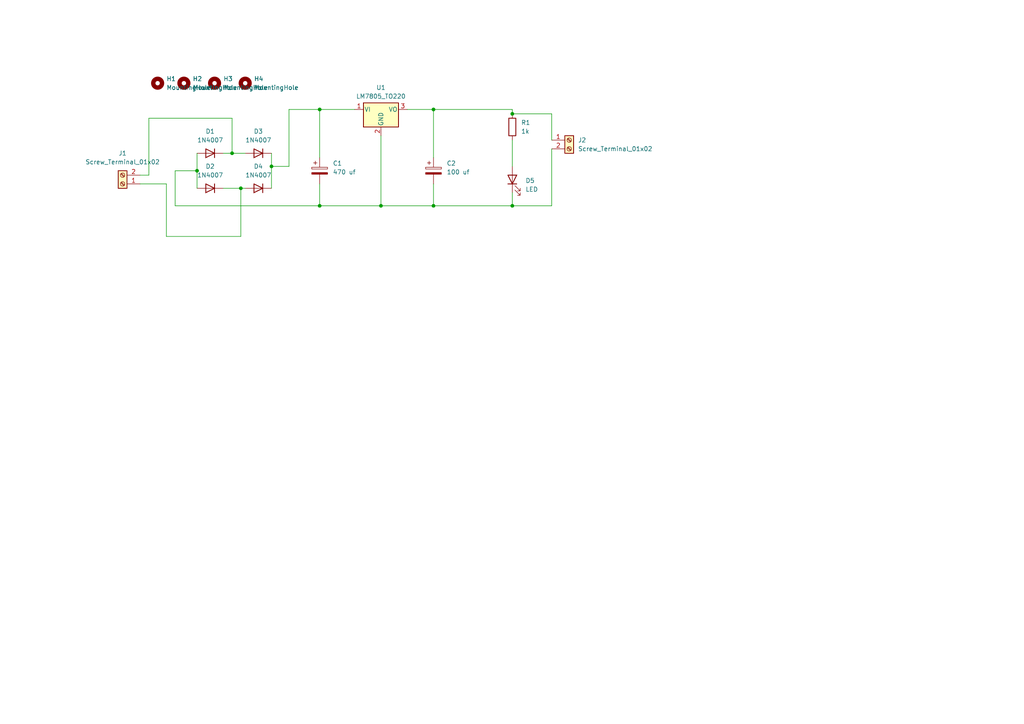
<source format=kicad_sch>
(kicad_sch (version 20230121) (generator eeschema)

  (uuid 0b672640-f8d9-4df8-bb3b-11a297b9a069)

  (paper "A4")

  (lib_symbols
    (symbol "Connector:Screw_Terminal_01x02" (pin_names (offset 1.016) hide) (in_bom yes) (on_board yes)
      (property "Reference" "J" (at 0 2.54 0)
        (effects (font (size 1.27 1.27)))
      )
      (property "Value" "Screw_Terminal_01x02" (at 0 -5.08 0)
        (effects (font (size 1.27 1.27)))
      )
      (property "Footprint" "" (at 0 0 0)
        (effects (font (size 1.27 1.27)) hide)
      )
      (property "Datasheet" "~" (at 0 0 0)
        (effects (font (size 1.27 1.27)) hide)
      )
      (property "ki_keywords" "screw terminal" (at 0 0 0)
        (effects (font (size 1.27 1.27)) hide)
      )
      (property "ki_description" "Generic screw terminal, single row, 01x02, script generated (kicad-library-utils/schlib/autogen/connector/)" (at 0 0 0)
        (effects (font (size 1.27 1.27)) hide)
      )
      (property "ki_fp_filters" "TerminalBlock*:*" (at 0 0 0)
        (effects (font (size 1.27 1.27)) hide)
      )
      (symbol "Screw_Terminal_01x02_1_1"
        (rectangle (start -1.27 1.27) (end 1.27 -3.81)
          (stroke (width 0.254) (type default))
          (fill (type background))
        )
        (circle (center 0 -2.54) (radius 0.635)
          (stroke (width 0.1524) (type default))
          (fill (type none))
        )
        (polyline
          (pts
            (xy -0.5334 -2.2098)
            (xy 0.3302 -3.048)
          )
          (stroke (width 0.1524) (type default))
          (fill (type none))
        )
        (polyline
          (pts
            (xy -0.5334 0.3302)
            (xy 0.3302 -0.508)
          )
          (stroke (width 0.1524) (type default))
          (fill (type none))
        )
        (polyline
          (pts
            (xy -0.3556 -2.032)
            (xy 0.508 -2.8702)
          )
          (stroke (width 0.1524) (type default))
          (fill (type none))
        )
        (polyline
          (pts
            (xy -0.3556 0.508)
            (xy 0.508 -0.3302)
          )
          (stroke (width 0.1524) (type default))
          (fill (type none))
        )
        (circle (center 0 0) (radius 0.635)
          (stroke (width 0.1524) (type default))
          (fill (type none))
        )
        (pin passive line (at -5.08 0 0) (length 3.81)
          (name "Pin_1" (effects (font (size 1.27 1.27))))
          (number "1" (effects (font (size 1.27 1.27))))
        )
        (pin passive line (at -5.08 -2.54 0) (length 3.81)
          (name "Pin_2" (effects (font (size 1.27 1.27))))
          (number "2" (effects (font (size 1.27 1.27))))
        )
      )
    )
    (symbol "Device:C_Polarized" (pin_numbers hide) (pin_names (offset 0.254)) (in_bom yes) (on_board yes)
      (property "Reference" "C" (at 0.635 2.54 0)
        (effects (font (size 1.27 1.27)) (justify left))
      )
      (property "Value" "C_Polarized" (at 0.635 -2.54 0)
        (effects (font (size 1.27 1.27)) (justify left))
      )
      (property "Footprint" "" (at 0.9652 -3.81 0)
        (effects (font (size 1.27 1.27)) hide)
      )
      (property "Datasheet" "~" (at 0 0 0)
        (effects (font (size 1.27 1.27)) hide)
      )
      (property "ki_keywords" "cap capacitor" (at 0 0 0)
        (effects (font (size 1.27 1.27)) hide)
      )
      (property "ki_description" "Polarized capacitor" (at 0 0 0)
        (effects (font (size 1.27 1.27)) hide)
      )
      (property "ki_fp_filters" "CP_*" (at 0 0 0)
        (effects (font (size 1.27 1.27)) hide)
      )
      (symbol "C_Polarized_0_1"
        (rectangle (start -2.286 0.508) (end 2.286 1.016)
          (stroke (width 0) (type default))
          (fill (type none))
        )
        (polyline
          (pts
            (xy -1.778 2.286)
            (xy -0.762 2.286)
          )
          (stroke (width 0) (type default))
          (fill (type none))
        )
        (polyline
          (pts
            (xy -1.27 2.794)
            (xy -1.27 1.778)
          )
          (stroke (width 0) (type default))
          (fill (type none))
        )
        (rectangle (start 2.286 -0.508) (end -2.286 -1.016)
          (stroke (width 0) (type default))
          (fill (type outline))
        )
      )
      (symbol "C_Polarized_1_1"
        (pin passive line (at 0 3.81 270) (length 2.794)
          (name "~" (effects (font (size 1.27 1.27))))
          (number "1" (effects (font (size 1.27 1.27))))
        )
        (pin passive line (at 0 -3.81 90) (length 2.794)
          (name "~" (effects (font (size 1.27 1.27))))
          (number "2" (effects (font (size 1.27 1.27))))
        )
      )
    )
    (symbol "Device:LED" (pin_numbers hide) (pin_names (offset 1.016) hide) (in_bom yes) (on_board yes)
      (property "Reference" "D" (at 0 2.54 0)
        (effects (font (size 1.27 1.27)))
      )
      (property "Value" "LED" (at 0 -2.54 0)
        (effects (font (size 1.27 1.27)))
      )
      (property "Footprint" "" (at 0 0 0)
        (effects (font (size 1.27 1.27)) hide)
      )
      (property "Datasheet" "~" (at 0 0 0)
        (effects (font (size 1.27 1.27)) hide)
      )
      (property "ki_keywords" "LED diode" (at 0 0 0)
        (effects (font (size 1.27 1.27)) hide)
      )
      (property "ki_description" "Light emitting diode" (at 0 0 0)
        (effects (font (size 1.27 1.27)) hide)
      )
      (property "ki_fp_filters" "LED* LED_SMD:* LED_THT:*" (at 0 0 0)
        (effects (font (size 1.27 1.27)) hide)
      )
      (symbol "LED_0_1"
        (polyline
          (pts
            (xy -1.27 -1.27)
            (xy -1.27 1.27)
          )
          (stroke (width 0.254) (type default))
          (fill (type none))
        )
        (polyline
          (pts
            (xy -1.27 0)
            (xy 1.27 0)
          )
          (stroke (width 0) (type default))
          (fill (type none))
        )
        (polyline
          (pts
            (xy 1.27 -1.27)
            (xy 1.27 1.27)
            (xy -1.27 0)
            (xy 1.27 -1.27)
          )
          (stroke (width 0.254) (type default))
          (fill (type none))
        )
        (polyline
          (pts
            (xy -3.048 -0.762)
            (xy -4.572 -2.286)
            (xy -3.81 -2.286)
            (xy -4.572 -2.286)
            (xy -4.572 -1.524)
          )
          (stroke (width 0) (type default))
          (fill (type none))
        )
        (polyline
          (pts
            (xy -1.778 -0.762)
            (xy -3.302 -2.286)
            (xy -2.54 -2.286)
            (xy -3.302 -2.286)
            (xy -3.302 -1.524)
          )
          (stroke (width 0) (type default))
          (fill (type none))
        )
      )
      (symbol "LED_1_1"
        (pin passive line (at -3.81 0 0) (length 2.54)
          (name "K" (effects (font (size 1.27 1.27))))
          (number "1" (effects (font (size 1.27 1.27))))
        )
        (pin passive line (at 3.81 0 180) (length 2.54)
          (name "A" (effects (font (size 1.27 1.27))))
          (number "2" (effects (font (size 1.27 1.27))))
        )
      )
    )
    (symbol "Device:R" (pin_numbers hide) (pin_names (offset 0)) (in_bom yes) (on_board yes)
      (property "Reference" "R" (at 2.032 0 90)
        (effects (font (size 1.27 1.27)))
      )
      (property "Value" "R" (at 0 0 90)
        (effects (font (size 1.27 1.27)))
      )
      (property "Footprint" "" (at -1.778 0 90)
        (effects (font (size 1.27 1.27)) hide)
      )
      (property "Datasheet" "~" (at 0 0 0)
        (effects (font (size 1.27 1.27)) hide)
      )
      (property "ki_keywords" "R res resistor" (at 0 0 0)
        (effects (font (size 1.27 1.27)) hide)
      )
      (property "ki_description" "Resistor" (at 0 0 0)
        (effects (font (size 1.27 1.27)) hide)
      )
      (property "ki_fp_filters" "R_*" (at 0 0 0)
        (effects (font (size 1.27 1.27)) hide)
      )
      (symbol "R_0_1"
        (rectangle (start -1.016 -2.54) (end 1.016 2.54)
          (stroke (width 0.254) (type default))
          (fill (type none))
        )
      )
      (symbol "R_1_1"
        (pin passive line (at 0 3.81 270) (length 1.27)
          (name "~" (effects (font (size 1.27 1.27))))
          (number "1" (effects (font (size 1.27 1.27))))
        )
        (pin passive line (at 0 -3.81 90) (length 1.27)
          (name "~" (effects (font (size 1.27 1.27))))
          (number "2" (effects (font (size 1.27 1.27))))
        )
      )
    )
    (symbol "Diode:1N4007" (pin_numbers hide) (pin_names hide) (in_bom yes) (on_board yes)
      (property "Reference" "D" (at 0 2.54 0)
        (effects (font (size 1.27 1.27)))
      )
      (property "Value" "1N4007" (at 0 -2.54 0)
        (effects (font (size 1.27 1.27)))
      )
      (property "Footprint" "Diode_THT:D_DO-41_SOD81_P10.16mm_Horizontal" (at 0 -4.445 0)
        (effects (font (size 1.27 1.27)) hide)
      )
      (property "Datasheet" "http://www.vishay.com/docs/88503/1n4001.pdf" (at 0 0 0)
        (effects (font (size 1.27 1.27)) hide)
      )
      (property "Sim.Device" "D" (at 0 0 0)
        (effects (font (size 1.27 1.27)) hide)
      )
      (property "Sim.Pins" "1=K 2=A" (at 0 0 0)
        (effects (font (size 1.27 1.27)) hide)
      )
      (property "ki_keywords" "diode" (at 0 0 0)
        (effects (font (size 1.27 1.27)) hide)
      )
      (property "ki_description" "1000V 1A General Purpose Rectifier Diode, DO-41" (at 0 0 0)
        (effects (font (size 1.27 1.27)) hide)
      )
      (property "ki_fp_filters" "D*DO?41*" (at 0 0 0)
        (effects (font (size 1.27 1.27)) hide)
      )
      (symbol "1N4007_0_1"
        (polyline
          (pts
            (xy -1.27 1.27)
            (xy -1.27 -1.27)
          )
          (stroke (width 0.254) (type default))
          (fill (type none))
        )
        (polyline
          (pts
            (xy 1.27 0)
            (xy -1.27 0)
          )
          (stroke (width 0) (type default))
          (fill (type none))
        )
        (polyline
          (pts
            (xy 1.27 1.27)
            (xy 1.27 -1.27)
            (xy -1.27 0)
            (xy 1.27 1.27)
          )
          (stroke (width 0.254) (type default))
          (fill (type none))
        )
      )
      (symbol "1N4007_1_1"
        (pin passive line (at -3.81 0 0) (length 2.54)
          (name "K" (effects (font (size 1.27 1.27))))
          (number "1" (effects (font (size 1.27 1.27))))
        )
        (pin passive line (at 3.81 0 180) (length 2.54)
          (name "A" (effects (font (size 1.27 1.27))))
          (number "2" (effects (font (size 1.27 1.27))))
        )
      )
    )
    (symbol "Mechanical:MountingHole" (pin_names (offset 1.016)) (in_bom yes) (on_board yes)
      (property "Reference" "H" (at 0 5.08 0)
        (effects (font (size 1.27 1.27)))
      )
      (property "Value" "MountingHole" (at 0 3.175 0)
        (effects (font (size 1.27 1.27)))
      )
      (property "Footprint" "" (at 0 0 0)
        (effects (font (size 1.27 1.27)) hide)
      )
      (property "Datasheet" "~" (at 0 0 0)
        (effects (font (size 1.27 1.27)) hide)
      )
      (property "ki_keywords" "mounting hole" (at 0 0 0)
        (effects (font (size 1.27 1.27)) hide)
      )
      (property "ki_description" "Mounting Hole without connection" (at 0 0 0)
        (effects (font (size 1.27 1.27)) hide)
      )
      (property "ki_fp_filters" "MountingHole*" (at 0 0 0)
        (effects (font (size 1.27 1.27)) hide)
      )
      (symbol "MountingHole_0_1"
        (circle (center 0 0) (radius 1.27)
          (stroke (width 1.27) (type default))
          (fill (type none))
        )
      )
    )
    (symbol "Regulator_Linear:LM7805_TO220" (pin_names (offset 0.254)) (in_bom yes) (on_board yes)
      (property "Reference" "U" (at -3.81 3.175 0)
        (effects (font (size 1.27 1.27)))
      )
      (property "Value" "LM7805_TO220" (at 0 3.175 0)
        (effects (font (size 1.27 1.27)) (justify left))
      )
      (property "Footprint" "Package_TO_SOT_THT:TO-220-3_Vertical" (at 0 5.715 0)
        (effects (font (size 1.27 1.27) italic) hide)
      )
      (property "Datasheet" "https://www.onsemi.cn/PowerSolutions/document/MC7800-D.PDF" (at 0 -1.27 0)
        (effects (font (size 1.27 1.27)) hide)
      )
      (property "ki_keywords" "Voltage Regulator 1A Positive" (at 0 0 0)
        (effects (font (size 1.27 1.27)) hide)
      )
      (property "ki_description" "Positive 1A 35V Linear Regulator, Fixed Output 5V, TO-220" (at 0 0 0)
        (effects (font (size 1.27 1.27)) hide)
      )
      (property "ki_fp_filters" "TO?220*" (at 0 0 0)
        (effects (font (size 1.27 1.27)) hide)
      )
      (symbol "LM7805_TO220_0_1"
        (rectangle (start -5.08 1.905) (end 5.08 -5.08)
          (stroke (width 0.254) (type default))
          (fill (type background))
        )
      )
      (symbol "LM7805_TO220_1_1"
        (pin power_in line (at -7.62 0 0) (length 2.54)
          (name "VI" (effects (font (size 1.27 1.27))))
          (number "1" (effects (font (size 1.27 1.27))))
        )
        (pin power_in line (at 0 -7.62 90) (length 2.54)
          (name "GND" (effects (font (size 1.27 1.27))))
          (number "2" (effects (font (size 1.27 1.27))))
        )
        (pin power_out line (at 7.62 0 180) (length 2.54)
          (name "VO" (effects (font (size 1.27 1.27))))
          (number "3" (effects (font (size 1.27 1.27))))
        )
      )
    )
  )

  (junction (at 148.59 59.69) (diameter 0) (color 0 0 0 0)
    (uuid 178602ab-06c2-4260-8bfb-32b3eccfe988)
  )
  (junction (at 78.74 48.26) (diameter 0) (color 0 0 0 0)
    (uuid 22790760-1834-45dc-a5dc-ec7ad1553cdd)
  )
  (junction (at 67.31 44.45) (diameter 0) (color 0 0 0 0)
    (uuid 278ace01-93f0-42e1-9e93-eb887e14e4a1)
  )
  (junction (at 69.85 54.61) (diameter 0) (color 0 0 0 0)
    (uuid 2b738226-28da-4b9a-9846-902d6db67e0b)
  )
  (junction (at 92.71 59.69) (diameter 0) (color 0 0 0 0)
    (uuid 2ec13456-15bc-4f40-ba10-a91df7e42f82)
  )
  (junction (at 125.73 59.69) (diameter 0) (color 0 0 0 0)
    (uuid 3c40f3ab-014f-4ab4-bcd7-7b2343ffc57a)
  )
  (junction (at 57.15 49.53) (diameter 0) (color 0 0 0 0)
    (uuid 45bc20e3-2827-4af8-9352-5f64230f774b)
  )
  (junction (at 125.73 31.75) (diameter 0) (color 0 0 0 0)
    (uuid 5f54fff8-5640-4284-9067-0010c5ba070c)
  )
  (junction (at 110.49 59.69) (diameter 0) (color 0 0 0 0)
    (uuid a27e9d99-b628-48a0-9931-87e28b4825dd)
  )
  (junction (at 92.71 31.75) (diameter 0) (color 0 0 0 0)
    (uuid e26aef00-5627-423a-a110-f21249a359be)
  )
  (junction (at 148.59 33.02) (diameter 0) (color 0 0 0 0)
    (uuid f44b56e9-aec8-416e-8a35-f635fb548065)
  )

  (wire (pts (xy 125.73 31.75) (xy 148.59 31.75))
    (stroke (width 0) (type default))
    (uuid 06328c88-7c2b-4f48-a92b-b0f0634f1e8f)
  )
  (wire (pts (xy 102.87 31.75) (xy 92.71 31.75))
    (stroke (width 0) (type default))
    (uuid 0638e237-7cb0-4e76-9d98-7cd99e146c6f)
  )
  (wire (pts (xy 78.74 48.26) (xy 83.82 48.26))
    (stroke (width 0) (type default))
    (uuid 091fc872-1d06-4f79-beef-cc8317992403)
  )
  (wire (pts (xy 67.31 44.45) (xy 67.31 34.29))
    (stroke (width 0) (type default))
    (uuid 0e0b2ee3-af99-41af-a432-74689a4b90d0)
  )
  (wire (pts (xy 148.59 33.02) (xy 160.02 33.02))
    (stroke (width 0) (type default))
    (uuid 28ed5261-9ba7-4e47-983c-7a0771bcbc1d)
  )
  (wire (pts (xy 43.18 34.29) (xy 43.18 50.8))
    (stroke (width 0) (type default))
    (uuid 394d49b0-6d99-48eb-94f8-556a7d683fe8)
  )
  (wire (pts (xy 148.59 59.69) (xy 160.02 59.69))
    (stroke (width 0) (type default))
    (uuid 3c3a960b-32a1-4a53-a30d-f46022699eec)
  )
  (wire (pts (xy 125.73 53.34) (xy 125.73 59.69))
    (stroke (width 0) (type default))
    (uuid 446c69b7-ac16-408d-847b-3a1a92f553e8)
  )
  (wire (pts (xy 50.8 59.69) (xy 92.71 59.69))
    (stroke (width 0) (type default))
    (uuid 450a6443-7285-4b76-a9b9-24f55ec49fc9)
  )
  (wire (pts (xy 148.59 31.75) (xy 148.59 33.02))
    (stroke (width 0) (type default))
    (uuid 4ed6c3fc-f40a-41ff-8169-0a934119e029)
  )
  (wire (pts (xy 50.8 49.53) (xy 50.8 59.69))
    (stroke (width 0) (type default))
    (uuid 608ef1f9-dfeb-4cc7-bca3-ea5afc10edb3)
  )
  (wire (pts (xy 43.18 50.8) (xy 40.64 50.8))
    (stroke (width 0) (type default))
    (uuid 65e35bca-6faf-4344-a26a-21eac7803125)
  )
  (wire (pts (xy 160.02 40.64) (xy 160.02 33.02))
    (stroke (width 0) (type default))
    (uuid 7b89ea29-a596-496f-997e-1076eefb7419)
  )
  (wire (pts (xy 83.82 31.75) (xy 92.71 31.75))
    (stroke (width 0) (type default))
    (uuid 7e5926d6-1507-4df1-ab49-203769215457)
  )
  (wire (pts (xy 92.71 53.34) (xy 92.71 59.69))
    (stroke (width 0) (type default))
    (uuid 862c6586-4e57-40d2-8514-0322171c9bc9)
  )
  (wire (pts (xy 83.82 48.26) (xy 83.82 31.75))
    (stroke (width 0) (type default))
    (uuid 88a3661f-28e4-4bc1-8c99-3f4d41ab432e)
  )
  (wire (pts (xy 92.71 31.75) (xy 92.71 45.72))
    (stroke (width 0) (type default))
    (uuid 921edb83-f984-470f-81cf-19dff17aab14)
  )
  (wire (pts (xy 57.15 44.45) (xy 57.15 49.53))
    (stroke (width 0) (type default))
    (uuid 924de777-1a6c-4435-9760-8b7d43ee7356)
  )
  (wire (pts (xy 110.49 59.69) (xy 125.73 59.69))
    (stroke (width 0) (type default))
    (uuid 929287ee-e8e4-412c-a599-48e5b6a4b471)
  )
  (wire (pts (xy 48.26 53.34) (xy 48.26 68.58))
    (stroke (width 0) (type default))
    (uuid 9c4d6207-1956-4f45-8fa9-9a5ca6eae46d)
  )
  (wire (pts (xy 67.31 44.45) (xy 71.12 44.45))
    (stroke (width 0) (type default))
    (uuid a02e3441-058c-4ead-8250-23e329304ddf)
  )
  (wire (pts (xy 64.77 44.45) (xy 67.31 44.45))
    (stroke (width 0) (type default))
    (uuid a2ff9afb-82b4-4263-bd80-59a6e56762b1)
  )
  (wire (pts (xy 57.15 49.53) (xy 50.8 49.53))
    (stroke (width 0) (type default))
    (uuid a890f299-c322-4ed8-8260-4133ec082c80)
  )
  (wire (pts (xy 125.73 31.75) (xy 125.73 45.72))
    (stroke (width 0) (type default))
    (uuid ab11d6d1-0f9b-43bb-9024-24d618640979)
  )
  (wire (pts (xy 67.31 34.29) (xy 43.18 34.29))
    (stroke (width 0) (type default))
    (uuid b00990e3-35eb-4868-b092-71fe723e7107)
  )
  (wire (pts (xy 118.11 31.75) (xy 125.73 31.75))
    (stroke (width 0) (type default))
    (uuid bad35cb2-644d-4526-8f31-99a4a3439728)
  )
  (wire (pts (xy 78.74 44.45) (xy 78.74 48.26))
    (stroke (width 0) (type default))
    (uuid c4587112-35f8-4a85-aabd-f3ba14a152ca)
  )
  (wire (pts (xy 64.77 54.61) (xy 69.85 54.61))
    (stroke (width 0) (type default))
    (uuid c4f2287f-da4b-437e-9ba2-b379b6e0f33f)
  )
  (wire (pts (xy 160.02 43.18) (xy 160.02 59.69))
    (stroke (width 0) (type default))
    (uuid cafe4af5-29c2-4aac-83a3-03964e73bd05)
  )
  (wire (pts (xy 69.85 54.61) (xy 71.12 54.61))
    (stroke (width 0) (type default))
    (uuid cf78b59b-f5f3-4065-bddb-3caa2a50a230)
  )
  (wire (pts (xy 148.59 40.64) (xy 148.59 48.26))
    (stroke (width 0) (type default))
    (uuid d11a8b08-bd42-49b9-bfa1-7730b9ca9741)
  )
  (wire (pts (xy 110.49 39.37) (xy 110.49 59.69))
    (stroke (width 0) (type default))
    (uuid d3e84c57-317b-4113-a980-4055d17f6326)
  )
  (wire (pts (xy 125.73 59.69) (xy 148.59 59.69))
    (stroke (width 0) (type default))
    (uuid d63cbdc6-c0b9-4d4e-83b3-57aa6823d5da)
  )
  (wire (pts (xy 48.26 68.58) (xy 69.85 68.58))
    (stroke (width 0) (type default))
    (uuid e65b9139-8736-429b-8987-962f490d9efc)
  )
  (wire (pts (xy 78.74 48.26) (xy 78.74 54.61))
    (stroke (width 0) (type default))
    (uuid e7ab7a34-d87d-46e3-9849-f35dafb6071a)
  )
  (wire (pts (xy 92.71 59.69) (xy 110.49 59.69))
    (stroke (width 0) (type default))
    (uuid e86fed25-90e9-4c81-9da2-dbf89fcc1309)
  )
  (wire (pts (xy 69.85 54.61) (xy 69.85 68.58))
    (stroke (width 0) (type default))
    (uuid ed0876a3-7089-4b99-81db-e69c629ce942)
  )
  (wire (pts (xy 40.64 53.34) (xy 48.26 53.34))
    (stroke (width 0) (type default))
    (uuid f370c61b-c670-4bb1-ac7b-a100402decf2)
  )
  (wire (pts (xy 148.59 59.69) (xy 148.59 55.88))
    (stroke (width 0) (type default))
    (uuid f94cf101-cc79-47bd-b89d-fa0d7960990d)
  )
  (wire (pts (xy 57.15 49.53) (xy 57.15 54.61))
    (stroke (width 0) (type default))
    (uuid fba7a6a3-9878-49b6-9ae7-6057616c6a34)
  )

  (symbol (lib_id "Connector:Screw_Terminal_01x02") (at 165.1 40.64 0) (unit 1)
    (in_bom yes) (on_board yes) (dnp no) (fields_autoplaced)
    (uuid 1175edac-e2ab-4c90-8c07-d288d0709949)
    (property "Reference" "J2" (at 167.64 40.64 0)
      (effects (font (size 1.27 1.27)) (justify left))
    )
    (property "Value" "Screw_Terminal_01x02" (at 167.64 43.18 0)
      (effects (font (size 1.27 1.27)) (justify left))
    )
    (property "Footprint" "TerminalBlock:TerminalBlock_bornier-2_P5.08mm" (at 165.1 40.64 0)
      (effects (font (size 1.27 1.27)) hide)
    )
    (property "Datasheet" "~" (at 165.1 40.64 0)
      (effects (font (size 1.27 1.27)) hide)
    )
    (pin "1" (uuid c94c65cb-ac7b-4605-b783-56f21b167ce3))
    (pin "2" (uuid 1b162a1b-0d56-4dfc-b00c-05828d2ef555))
    (instances
      (project "powersupply_5v"
        (path "/0b672640-f8d9-4df8-bb3b-11a297b9a069"
          (reference "J2") (unit 1)
        )
      )
    )
  )

  (symbol (lib_id "Device:LED") (at 148.59 52.07 90) (unit 1)
    (in_bom yes) (on_board yes) (dnp no) (fields_autoplaced)
    (uuid 20ed9ffc-cccd-401c-9ca7-10e44f8f3fb3)
    (property "Reference" "D5" (at 152.4 52.3875 90)
      (effects (font (size 1.27 1.27)) (justify right))
    )
    (property "Value" "LED" (at 152.4 54.9275 90)
      (effects (font (size 1.27 1.27)) (justify right))
    )
    (property "Footprint" "LED_THT:LED_D5.0mm" (at 148.59 52.07 0)
      (effects (font (size 1.27 1.27)) hide)
    )
    (property "Datasheet" "~" (at 148.59 52.07 0)
      (effects (font (size 1.27 1.27)) hide)
    )
    (pin "1" (uuid 600d9424-e35e-4c88-bdb5-e29681b56b30))
    (pin "2" (uuid 686b03a5-ccf0-4a3f-baf2-d0e306f09bbc))
    (instances
      (project "powersupply_5v"
        (path "/0b672640-f8d9-4df8-bb3b-11a297b9a069"
          (reference "D5") (unit 1)
        )
      )
    )
  )

  (symbol (lib_id "Connector:Screw_Terminal_01x02") (at 35.56 53.34 180) (unit 1)
    (in_bom yes) (on_board yes) (dnp no) (fields_autoplaced)
    (uuid 2595721b-2e8f-4ff6-9d35-89410775cf1e)
    (property "Reference" "J1" (at 35.56 44.45 0)
      (effects (font (size 1.27 1.27)))
    )
    (property "Value" "Screw_Terminal_01x02" (at 35.56 46.99 0)
      (effects (font (size 1.27 1.27)))
    )
    (property "Footprint" "TerminalBlock:TerminalBlock_bornier-2_P5.08mm" (at 35.56 53.34 0)
      (effects (font (size 1.27 1.27)) hide)
    )
    (property "Datasheet" "~" (at 35.56 53.34 0)
      (effects (font (size 1.27 1.27)) hide)
    )
    (pin "1" (uuid 63645cc2-e697-4e7b-a8ed-937ee4fb38fe))
    (pin "2" (uuid 5ad728a3-875c-4d19-9491-68f6087e91db))
    (instances
      (project "powersupply_5v"
        (path "/0b672640-f8d9-4df8-bb3b-11a297b9a069"
          (reference "J1") (unit 1)
        )
      )
    )
  )

  (symbol (lib_id "Device:C_Polarized") (at 125.73 49.53 0) (unit 1)
    (in_bom yes) (on_board yes) (dnp no) (fields_autoplaced)
    (uuid 324e42f2-f8c5-4ba3-ac2f-afc3a411acae)
    (property "Reference" "C2" (at 129.54 47.371 0)
      (effects (font (size 1.27 1.27)) (justify left))
    )
    (property "Value" "100 uf" (at 129.54 49.911 0)
      (effects (font (size 1.27 1.27)) (justify left))
    )
    (property "Footprint" "Capacitor_THT:CP_Radial_D5.0mm_P2.50mm" (at 126.6952 53.34 0)
      (effects (font (size 1.27 1.27)) hide)
    )
    (property "Datasheet" "~" (at 125.73 49.53 0)
      (effects (font (size 1.27 1.27)) hide)
    )
    (pin "1" (uuid 1a95d289-2807-4504-bff5-dcf31b833e8c))
    (pin "2" (uuid 1544550c-e658-45ec-8ed7-2453c01b531a))
    (instances
      (project "powersupply_5v"
        (path "/0b672640-f8d9-4df8-bb3b-11a297b9a069"
          (reference "C2") (unit 1)
        )
      )
    )
  )

  (symbol (lib_id "Mechanical:MountingHole") (at 71.12 24.13 0) (unit 1)
    (in_bom yes) (on_board yes) (dnp no) (fields_autoplaced)
    (uuid 3733d5a2-290b-4c4f-8f32-b545a4a65f00)
    (property "Reference" "H4" (at 73.66 22.86 0)
      (effects (font (size 1.27 1.27)) (justify left))
    )
    (property "Value" "MountingHole" (at 73.66 25.4 0)
      (effects (font (size 1.27 1.27)) (justify left))
    )
    (property "Footprint" "MountingHole:MountingHole_2.7mm_M2.5_ISO14580" (at 71.12 24.13 0)
      (effects (font (size 1.27 1.27)) hide)
    )
    (property "Datasheet" "~" (at 71.12 24.13 0)
      (effects (font (size 1.27 1.27)) hide)
    )
    (instances
      (project "powersupply_5v"
        (path "/0b672640-f8d9-4df8-bb3b-11a297b9a069"
          (reference "H4") (unit 1)
        )
      )
    )
  )

  (symbol (lib_id "Mechanical:MountingHole") (at 62.23 24.13 0) (unit 1)
    (in_bom yes) (on_board yes) (dnp no) (fields_autoplaced)
    (uuid 4001a11e-df52-496e-b1da-ffff021cce18)
    (property "Reference" "H3" (at 64.77 22.86 0)
      (effects (font (size 1.27 1.27)) (justify left))
    )
    (property "Value" "MountingHole" (at 64.77 25.4 0)
      (effects (font (size 1.27 1.27)) (justify left))
    )
    (property "Footprint" "MountingHole:MountingHole_2.7mm_M2.5_ISO14580" (at 62.23 24.13 0)
      (effects (font (size 1.27 1.27)) hide)
    )
    (property "Datasheet" "~" (at 62.23 24.13 0)
      (effects (font (size 1.27 1.27)) hide)
    )
    (instances
      (project "powersupply_5v"
        (path "/0b672640-f8d9-4df8-bb3b-11a297b9a069"
          (reference "H3") (unit 1)
        )
      )
    )
  )

  (symbol (lib_id "Diode:1N4007") (at 60.96 44.45 180) (unit 1)
    (in_bom yes) (on_board yes) (dnp no) (fields_autoplaced)
    (uuid 4566e4cd-54fe-4b50-9bcd-b2bd241432c3)
    (property "Reference" "D1" (at 60.96 38.1 0)
      (effects (font (size 1.27 1.27)))
    )
    (property "Value" "1N4007" (at 60.96 40.64 0)
      (effects (font (size 1.27 1.27)))
    )
    (property "Footprint" "Diode_THT:D_DO-41_SOD81_P10.16mm_Horizontal" (at 60.96 40.005 0)
      (effects (font (size 1.27 1.27)) hide)
    )
    (property "Datasheet" "http://www.vishay.com/docs/88503/1n4001.pdf" (at 60.96 44.45 0)
      (effects (font (size 1.27 1.27)) hide)
    )
    (property "Sim.Device" "D" (at 60.96 44.45 0)
      (effects (font (size 1.27 1.27)) hide)
    )
    (property "Sim.Pins" "1=K 2=A" (at 60.96 44.45 0)
      (effects (font (size 1.27 1.27)) hide)
    )
    (pin "1" (uuid 7d6784fb-b35b-4374-974c-40b522e26ac7))
    (pin "2" (uuid 47f76752-c12c-427e-a28f-62f56d57c129))
    (instances
      (project "powersupply_5v"
        (path "/0b672640-f8d9-4df8-bb3b-11a297b9a069"
          (reference "D1") (unit 1)
        )
      )
    )
  )

  (symbol (lib_id "Mechanical:MountingHole") (at 45.72 24.13 0) (unit 1)
    (in_bom yes) (on_board yes) (dnp no) (fields_autoplaced)
    (uuid 631477b5-7c45-447d-b216-60e4881fad7d)
    (property "Reference" "H1" (at 48.26 22.86 0)
      (effects (font (size 1.27 1.27)) (justify left))
    )
    (property "Value" "MountingHole" (at 48.26 25.4 0)
      (effects (font (size 1.27 1.27)) (justify left))
    )
    (property "Footprint" "MountingHole:MountingHole_2.7mm_M2.5_ISO14580" (at 45.72 24.13 0)
      (effects (font (size 1.27 1.27)) hide)
    )
    (property "Datasheet" "~" (at 45.72 24.13 0)
      (effects (font (size 1.27 1.27)) hide)
    )
    (instances
      (project "powersupply_5v"
        (path "/0b672640-f8d9-4df8-bb3b-11a297b9a069"
          (reference "H1") (unit 1)
        )
      )
    )
  )

  (symbol (lib_id "Regulator_Linear:LM7805_TO220") (at 110.49 31.75 0) (unit 1)
    (in_bom yes) (on_board yes) (dnp no) (fields_autoplaced)
    (uuid 8425fec6-6b79-443c-a246-40cfea1247c1)
    (property "Reference" "U1" (at 110.49 25.4 0)
      (effects (font (size 1.27 1.27)))
    )
    (property "Value" "LM7805_TO220" (at 110.49 27.94 0)
      (effects (font (size 1.27 1.27)))
    )
    (property "Footprint" "Package_TO_SOT_THT:TO-220-3_Vertical" (at 110.49 26.035 0)
      (effects (font (size 1.27 1.27) italic) hide)
    )
    (property "Datasheet" "https://www.onsemi.cn/PowerSolutions/document/MC7800-D.PDF" (at 110.49 33.02 0)
      (effects (font (size 1.27 1.27)) hide)
    )
    (pin "1" (uuid a9c28e15-df4e-46e6-a41b-182f8a71eda5))
    (pin "2" (uuid c9c0945e-6efa-47e2-a405-294ef85608d7))
    (pin "3" (uuid 1240ad7d-59a9-44a0-8e67-46abfa31cf7e))
    (instances
      (project "powersupply_5v"
        (path "/0b672640-f8d9-4df8-bb3b-11a297b9a069"
          (reference "U1") (unit 1)
        )
      )
    )
  )

  (symbol (lib_id "Diode:1N4007") (at 74.93 44.45 180) (unit 1)
    (in_bom yes) (on_board yes) (dnp no) (fields_autoplaced)
    (uuid 86851b19-4c4d-4c36-96f0-d55c83f18715)
    (property "Reference" "D3" (at 74.93 38.1 0)
      (effects (font (size 1.27 1.27)))
    )
    (property "Value" "1N4007" (at 74.93 40.64 0)
      (effects (font (size 1.27 1.27)))
    )
    (property "Footprint" "Diode_THT:D_DO-41_SOD81_P10.16mm_Horizontal" (at 74.93 40.005 0)
      (effects (font (size 1.27 1.27)) hide)
    )
    (property "Datasheet" "http://www.vishay.com/docs/88503/1n4001.pdf" (at 74.93 44.45 0)
      (effects (font (size 1.27 1.27)) hide)
    )
    (property "Sim.Device" "D" (at 74.93 44.45 0)
      (effects (font (size 1.27 1.27)) hide)
    )
    (property "Sim.Pins" "1=K 2=A" (at 74.93 44.45 0)
      (effects (font (size 1.27 1.27)) hide)
    )
    (pin "1" (uuid a65e618b-61b2-4a25-8810-9ec54e3a70a2))
    (pin "2" (uuid 04b887b1-4b48-424c-8649-04f0bd861325))
    (instances
      (project "powersupply_5v"
        (path "/0b672640-f8d9-4df8-bb3b-11a297b9a069"
          (reference "D3") (unit 1)
        )
      )
    )
  )

  (symbol (lib_id "Mechanical:MountingHole") (at 53.34 24.13 0) (unit 1)
    (in_bom yes) (on_board yes) (dnp no) (fields_autoplaced)
    (uuid 96bdb80f-5ee0-41bb-a2ec-6571b9438b66)
    (property "Reference" "H2" (at 55.88 22.86 0)
      (effects (font (size 1.27 1.27)) (justify left))
    )
    (property "Value" "MountingHole" (at 55.88 25.4 0)
      (effects (font (size 1.27 1.27)) (justify left))
    )
    (property "Footprint" "MountingHole:MountingHole_2.7mm_M2.5_ISO14580" (at 53.34 24.13 0)
      (effects (font (size 1.27 1.27)) hide)
    )
    (property "Datasheet" "~" (at 53.34 24.13 0)
      (effects (font (size 1.27 1.27)) hide)
    )
    (instances
      (project "powersupply_5v"
        (path "/0b672640-f8d9-4df8-bb3b-11a297b9a069"
          (reference "H2") (unit 1)
        )
      )
    )
  )

  (symbol (lib_id "Diode:1N4007") (at 60.96 54.61 180) (unit 1)
    (in_bom yes) (on_board yes) (dnp no) (fields_autoplaced)
    (uuid af7fa299-00fd-4202-9ab5-8626407a9b18)
    (property "Reference" "D2" (at 60.96 48.26 0)
      (effects (font (size 1.27 1.27)))
    )
    (property "Value" "1N4007" (at 60.96 50.8 0)
      (effects (font (size 1.27 1.27)))
    )
    (property "Footprint" "Diode_THT:D_DO-41_SOD81_P10.16mm_Horizontal" (at 60.96 50.165 0)
      (effects (font (size 1.27 1.27)) hide)
    )
    (property "Datasheet" "http://www.vishay.com/docs/88503/1n4001.pdf" (at 60.96 54.61 0)
      (effects (font (size 1.27 1.27)) hide)
    )
    (property "Sim.Device" "D" (at 60.96 54.61 0)
      (effects (font (size 1.27 1.27)) hide)
    )
    (property "Sim.Pins" "1=K 2=A" (at 60.96 54.61 0)
      (effects (font (size 1.27 1.27)) hide)
    )
    (pin "1" (uuid 35f1f28a-abb2-4e77-8dde-92d62e39102e))
    (pin "2" (uuid 6584c4b5-3307-4447-880a-603f39437f1d))
    (instances
      (project "powersupply_5v"
        (path "/0b672640-f8d9-4df8-bb3b-11a297b9a069"
          (reference "D2") (unit 1)
        )
      )
    )
  )

  (symbol (lib_id "Diode:1N4007") (at 74.93 54.61 180) (unit 1)
    (in_bom yes) (on_board yes) (dnp no) (fields_autoplaced)
    (uuid e9cc5df5-fd37-45b8-8b68-18e1abb46011)
    (property "Reference" "D4" (at 74.93 48.26 0)
      (effects (font (size 1.27 1.27)))
    )
    (property "Value" "1N4007" (at 74.93 50.8 0)
      (effects (font (size 1.27 1.27)))
    )
    (property "Footprint" "Diode_THT:D_DO-41_SOD81_P10.16mm_Horizontal" (at 74.93 50.165 0)
      (effects (font (size 1.27 1.27)) hide)
    )
    (property "Datasheet" "http://www.vishay.com/docs/88503/1n4001.pdf" (at 74.93 54.61 0)
      (effects (font (size 1.27 1.27)) hide)
    )
    (property "Sim.Device" "D" (at 74.93 54.61 0)
      (effects (font (size 1.27 1.27)) hide)
    )
    (property "Sim.Pins" "1=K 2=A" (at 74.93 54.61 0)
      (effects (font (size 1.27 1.27)) hide)
    )
    (pin "1" (uuid 872722db-92cb-4dab-9b44-4f54bf1d3d8c))
    (pin "2" (uuid 62640585-4476-4355-954d-722b9907d6b5))
    (instances
      (project "powersupply_5v"
        (path "/0b672640-f8d9-4df8-bb3b-11a297b9a069"
          (reference "D4") (unit 1)
        )
      )
    )
  )

  (symbol (lib_id "Device:R") (at 148.59 36.83 0) (unit 1)
    (in_bom yes) (on_board yes) (dnp no) (fields_autoplaced)
    (uuid fc935062-cc38-4784-b5ea-2b231c0dae03)
    (property "Reference" "R1" (at 151.13 35.56 0)
      (effects (font (size 1.27 1.27)) (justify left))
    )
    (property "Value" "1k" (at 151.13 38.1 0)
      (effects (font (size 1.27 1.27)) (justify left))
    )
    (property "Footprint" "Resistor_THT:R_Axial_DIN0204_L3.6mm_D1.6mm_P7.62mm_Horizontal" (at 146.812 36.83 90)
      (effects (font (size 1.27 1.27)) hide)
    )
    (property "Datasheet" "~" (at 148.59 36.83 0)
      (effects (font (size 1.27 1.27)) hide)
    )
    (pin "1" (uuid eed08562-33b4-401d-97e3-84b7521393ce))
    (pin "2" (uuid a885ee3c-f3ee-498a-a936-5a7ed10d08cf))
    (instances
      (project "powersupply_5v"
        (path "/0b672640-f8d9-4df8-bb3b-11a297b9a069"
          (reference "R1") (unit 1)
        )
      )
    )
  )

  (symbol (lib_id "Device:C_Polarized") (at 92.71 49.53 0) (unit 1)
    (in_bom yes) (on_board yes) (dnp no) (fields_autoplaced)
    (uuid fd17eb75-6ba8-4ae3-8dcc-a29d4890256a)
    (property "Reference" "C1" (at 96.52 47.371 0)
      (effects (font (size 1.27 1.27)) (justify left))
    )
    (property "Value" "470 uf" (at 96.52 49.911 0)
      (effects (font (size 1.27 1.27)) (justify left))
    )
    (property "Footprint" "Capacitor_THT:CP_Radial_D8.0mm_P3.50mm" (at 93.6752 53.34 0)
      (effects (font (size 1.27 1.27)) hide)
    )
    (property "Datasheet" "~" (at 92.71 49.53 0)
      (effects (font (size 1.27 1.27)) hide)
    )
    (pin "1" (uuid 54a22047-9c76-48a5-9d2b-08deaac9ecc9))
    (pin "2" (uuid cbe1d23a-1f97-4226-bad3-2f56ec6514bf))
    (instances
      (project "powersupply_5v"
        (path "/0b672640-f8d9-4df8-bb3b-11a297b9a069"
          (reference "C1") (unit 1)
        )
      )
    )
  )

  (sheet_instances
    (path "/" (page "1"))
  )
)

</source>
